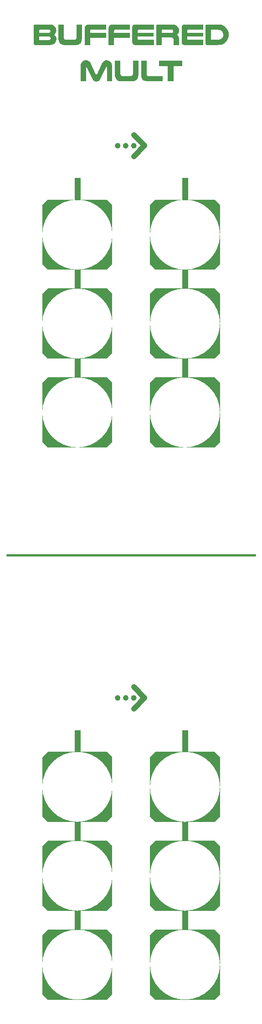
<source format=gto>
G04 #@! TF.GenerationSoftware,KiCad,Pcbnew,8.0.3*
G04 #@! TF.CreationDate,2024-06-29T17:28:01+02:00*
G04 #@! TF.ProjectId,DMH_Buffered_Mult_PANEL,444d485f-4275-4666-9665-7265645f4d75,1*
G04 #@! TF.SameCoordinates,Original*
G04 #@! TF.FileFunction,Legend,Top*
G04 #@! TF.FilePolarity,Positive*
%FSLAX46Y46*%
G04 Gerber Fmt 4.6, Leading zero omitted, Abs format (unit mm)*
G04 Created by KiCad (PCBNEW 8.0.3) date 2024-06-29 17:28:01*
%MOMM*%
%LPD*%
G01*
G04 APERTURE LIST*
%ADD10C,0.050000*%
%ADD11C,1.000000*%
%ADD12C,0.400000*%
%ADD13C,0.550000*%
%ADD14C,0.100000*%
%ADD15C,0.000000*%
%ADD16C,0.500000*%
%ADD17C,12.000000*%
%ADD18C,4.000000*%
G04 APERTURE END LIST*
D10*
X109500000Y-60000000D02*
X110500000Y-60000000D01*
X110500000Y-64000000D01*
X109500000Y-64000000D01*
X109500000Y-60000000D01*
G36*
X109500000Y-60000000D02*
G01*
X110500000Y-60000000D01*
X110500000Y-64000000D01*
X109500000Y-64000000D01*
X109500000Y-60000000D01*
G37*
D11*
X100500000Y-52000000D02*
X102500000Y-54000000D01*
D10*
X89500000Y-77000000D02*
X90500000Y-77000000D01*
X90500000Y-80500000D01*
X89500000Y-80500000D01*
X89500000Y-77000000D01*
G36*
X89500000Y-77000000D02*
G01*
X90500000Y-77000000D01*
X90500000Y-80500000D01*
X89500000Y-80500000D01*
X89500000Y-77000000D01*
G37*
D12*
X77000000Y-130000000D02*
X123000000Y-130000000D01*
D13*
X99275000Y-156500000D02*
G75*
G02*
X98725000Y-156500000I-275000J0D01*
G01*
X98725000Y-156500000D02*
G75*
G02*
X99275000Y-156500000I275000J0D01*
G01*
X100775000Y-156500000D02*
G75*
G02*
X100225000Y-156500000I-275000J0D01*
G01*
X100225000Y-156500000D02*
G75*
G02*
X100775000Y-156500000I275000J0D01*
G01*
D10*
X89500000Y-60000000D02*
X90500000Y-60000000D01*
X90500000Y-64000000D01*
X89500000Y-64000000D01*
X89500000Y-60000000D01*
G36*
X89500000Y-60000000D02*
G01*
X90500000Y-60000000D01*
X90500000Y-64000000D01*
X89500000Y-64000000D01*
X89500000Y-60000000D01*
G37*
X109500000Y-162500000D02*
X110500000Y-162500000D01*
X110500000Y-166500000D01*
X109500000Y-166500000D01*
X109500000Y-162500000D01*
G36*
X109500000Y-162500000D02*
G01*
X110500000Y-162500000D01*
X110500000Y-166500000D01*
X109500000Y-166500000D01*
X109500000Y-162500000D01*
G37*
X109500000Y-93500000D02*
X110500000Y-93500000D01*
X110500000Y-97000000D01*
X109500000Y-97000000D01*
X109500000Y-93500000D01*
G36*
X109500000Y-93500000D02*
G01*
X110500000Y-93500000D01*
X110500000Y-97000000D01*
X109500000Y-97000000D01*
X109500000Y-93500000D01*
G37*
D11*
X100500000Y-158500000D02*
X102500000Y-156500000D01*
D10*
X89500000Y-179500000D02*
X90500000Y-179500000D01*
X90500000Y-183000000D01*
X89500000Y-183000000D01*
X89500000Y-179500000D01*
G36*
X89500000Y-179500000D02*
G01*
X90500000Y-179500000D01*
X90500000Y-183000000D01*
X89500000Y-183000000D01*
X89500000Y-179500000D01*
G37*
D11*
X100500000Y-154500000D02*
X102500000Y-156500000D01*
D13*
X99275000Y-54000000D02*
G75*
G02*
X98725000Y-54000000I-275000J0D01*
G01*
X98725000Y-54000000D02*
G75*
G02*
X99275000Y-54000000I275000J0D01*
G01*
D10*
X89500000Y-162500000D02*
X90500000Y-162500000D01*
X90500000Y-166500000D01*
X89500000Y-166500000D01*
X89500000Y-162500000D01*
G36*
X89500000Y-162500000D02*
G01*
X90500000Y-162500000D01*
X90500000Y-166500000D01*
X89500000Y-166500000D01*
X89500000Y-162500000D01*
G37*
X109500000Y-179500000D02*
X110500000Y-179500000D01*
X110500000Y-183000000D01*
X109500000Y-183000000D01*
X109500000Y-179500000D01*
G36*
X109500000Y-179500000D02*
G01*
X110500000Y-179500000D01*
X110500000Y-183000000D01*
X109500000Y-183000000D01*
X109500000Y-179500000D01*
G37*
D13*
X97775000Y-156500000D02*
G75*
G02*
X97225000Y-156500000I-275000J0D01*
G01*
X97225000Y-156500000D02*
G75*
G02*
X97775000Y-156500000I275000J0D01*
G01*
D10*
X109500000Y-77000000D02*
X110500000Y-77000000D01*
X110500000Y-80500000D01*
X109500000Y-80500000D01*
X109500000Y-77000000D01*
G36*
X109500000Y-77000000D02*
G01*
X110500000Y-77000000D01*
X110500000Y-80500000D01*
X109500000Y-80500000D01*
X109500000Y-77000000D01*
G37*
X89500000Y-196000000D02*
X90500000Y-196000000D01*
X90500000Y-199500000D01*
X89500000Y-199500000D01*
X89500000Y-196000000D01*
G36*
X89500000Y-196000000D02*
G01*
X90500000Y-196000000D01*
X90500000Y-199500000D01*
X89500000Y-199500000D01*
X89500000Y-196000000D01*
G37*
X109500000Y-196000000D02*
X110500000Y-196000000D01*
X110500000Y-199500000D01*
X109500000Y-199500000D01*
X109500000Y-196000000D01*
G36*
X109500000Y-196000000D02*
G01*
X110500000Y-196000000D01*
X110500000Y-199500000D01*
X109500000Y-199500000D01*
X109500000Y-196000000D01*
G37*
D11*
X100500000Y-56000000D02*
X102500000Y-54000000D01*
D13*
X100775000Y-54000000D02*
G75*
G02*
X100225000Y-54000000I-275000J0D01*
G01*
X100225000Y-54000000D02*
G75*
G02*
X100775000Y-54000000I275000J0D01*
G01*
X97775000Y-54000000D02*
G75*
G02*
X97225000Y-54000000I-275000J0D01*
G01*
X97225000Y-54000000D02*
G75*
G02*
X97775000Y-54000000I275000J0D01*
G01*
D10*
X89500000Y-93500000D02*
X90500000Y-93500000D01*
X90500000Y-97000000D01*
X89500000Y-97000000D01*
X89500000Y-93500000D01*
G36*
X89500000Y-93500000D02*
G01*
X90500000Y-93500000D01*
X90500000Y-97000000D01*
X89500000Y-97000000D01*
X89500000Y-93500000D01*
G37*
D14*
G36*
X85061557Y-31494939D02*
G01*
X85261160Y-31529331D01*
X85470524Y-31601244D01*
X85653872Y-31706570D01*
X85810467Y-31844452D01*
X85941460Y-32016924D01*
X86027892Y-32197125D01*
X86081123Y-32403017D01*
X86096720Y-32604535D01*
X86095146Y-32666034D01*
X86065248Y-32870635D01*
X85998534Y-33055408D01*
X85879100Y-33236789D01*
X85715701Y-33380251D01*
X85836508Y-33461599D01*
X85971412Y-33614495D01*
X86066275Y-33803575D01*
X86120974Y-34018532D01*
X86135799Y-34215561D01*
X86128514Y-34341347D01*
X86080891Y-34556030D01*
X85993567Y-34751963D01*
X85872017Y-34924842D01*
X85729291Y-35062804D01*
X85555114Y-35172777D01*
X85345805Y-35250897D01*
X85135645Y-35289573D01*
X84937055Y-35300000D01*
X82176134Y-35300000D01*
X81995213Y-35247876D01*
X81924075Y-35059665D01*
X81924075Y-34295673D01*
X82937194Y-34295673D01*
X83016329Y-34381646D01*
X84695743Y-34381646D01*
X84820512Y-34368910D01*
X84992742Y-34267341D01*
X85014824Y-34236801D01*
X85070900Y-34048499D01*
X85069373Y-34018753D01*
X84986880Y-33836496D01*
X84891815Y-33763185D01*
X84695743Y-33727076D01*
X82937194Y-33727076D01*
X82937194Y-34295673D01*
X81924075Y-34295673D01*
X81924075Y-32524424D01*
X82937194Y-32524424D01*
X82937194Y-33049057D01*
X84701605Y-33049057D01*
X84817130Y-33036368D01*
X84981996Y-32929867D01*
X85049407Y-32741311D01*
X84981996Y-32552756D01*
X84897492Y-32482106D01*
X84701605Y-32438450D01*
X83016329Y-32438450D01*
X82937194Y-32524424D01*
X81924075Y-32524424D01*
X81924075Y-31721353D01*
X81987090Y-31545010D01*
X82176134Y-31485903D01*
X84881368Y-31485903D01*
X85061557Y-31494939D01*
G37*
G36*
X89527843Y-35300000D02*
G01*
X89780440Y-35290317D01*
X90003635Y-35260870D01*
X90198423Y-35211060D01*
X90415671Y-35111935D01*
X90586546Y-34974124D01*
X90713406Y-34796208D01*
X90798608Y-34576767D01*
X90836592Y-34384081D01*
X90853465Y-34166640D01*
X90854571Y-34088555D01*
X90854571Y-31485903D01*
X89835589Y-31485903D01*
X89835589Y-33975226D01*
X89791714Y-34180707D01*
X89625388Y-34310312D01*
X89460432Y-34331821D01*
X87886532Y-34331821D01*
X87690322Y-34296932D01*
X87549391Y-34147462D01*
X87522121Y-33975226D01*
X87522121Y-31485903D01*
X86503140Y-31485903D01*
X86503140Y-34088555D01*
X86513199Y-34314381D01*
X86544040Y-34515252D01*
X86619221Y-34745296D01*
X86735497Y-34933461D01*
X86895239Y-35081165D01*
X87100817Y-35189828D01*
X87354600Y-35260870D01*
X87577998Y-35290317D01*
X87830844Y-35300000D01*
X89527843Y-35300000D01*
G37*
G36*
X92068946Y-31485903D02*
G01*
X91872473Y-31502439D01*
X91680312Y-31566392D01*
X91516491Y-31702847D01*
X91417973Y-31907130D01*
X91385739Y-32137192D01*
X91385066Y-32180530D01*
X91385066Y-35300000D01*
X92399162Y-35300000D01*
X92399162Y-33990858D01*
X95350593Y-33990858D01*
X95350593Y-33049057D01*
X92399162Y-33049057D01*
X92399162Y-32652407D01*
X92518467Y-32491775D01*
X92555478Y-32489253D01*
X95367201Y-32489253D01*
X95367201Y-31485903D01*
X92068946Y-31485903D01*
G37*
G36*
X96492672Y-31485903D02*
G01*
X96296200Y-31502439D01*
X96104038Y-31566392D01*
X95940217Y-31702847D01*
X95841700Y-31907130D01*
X95809465Y-32137192D01*
X95808793Y-32180530D01*
X95808793Y-35300000D01*
X96822889Y-35300000D01*
X96822889Y-33990858D01*
X99774319Y-33990858D01*
X99774319Y-33049057D01*
X96822889Y-33049057D01*
X96822889Y-32652407D01*
X96942194Y-32491775D01*
X96979204Y-32489253D01*
X99790928Y-32489253D01*
X99790928Y-31485903D01*
X96492672Y-31485903D01*
G37*
G36*
X100770830Y-31485903D02*
G01*
X100561209Y-31510087D01*
X100384574Y-31597275D01*
X100266209Y-31771942D01*
X100232519Y-31995882D01*
X100232519Y-34774389D01*
X100258253Y-34980105D01*
X100350311Y-35152563D01*
X100532983Y-35267469D01*
X100732411Y-35299493D01*
X100764968Y-35300000D01*
X104214654Y-35300000D01*
X104214654Y-34331821D01*
X101336497Y-34331821D01*
X101246615Y-34224354D01*
X101246615Y-33736845D01*
X104198046Y-33736845D01*
X104198046Y-33009002D01*
X101246615Y-33009002D01*
X101246615Y-32583042D01*
X101336497Y-32489253D01*
X104214654Y-32489253D01*
X104214654Y-31485903D01*
X100770830Y-31485903D01*
G37*
G36*
X107835734Y-31495965D02*
G01*
X108052622Y-31533195D01*
X108268408Y-31608141D01*
X108448693Y-31713222D01*
X108598325Y-31844452D01*
X108723957Y-32003500D01*
X108819365Y-32183339D01*
X108879968Y-32379847D01*
X108901186Y-32588904D01*
X108900920Y-32617063D01*
X108877879Y-32837266D01*
X108811756Y-33043720D01*
X108694215Y-33229737D01*
X108542638Y-33370481D01*
X108609868Y-33414538D01*
X108754159Y-33551846D01*
X108849587Y-33731768D01*
X108895018Y-33937836D01*
X108907048Y-34159874D01*
X108907048Y-34933635D01*
X108909212Y-35093948D01*
X108923656Y-35300000D01*
X107898813Y-35300000D01*
X107892081Y-35244091D01*
X107882205Y-35043056D01*
X107882205Y-34269295D01*
X107837839Y-34065282D01*
X107676506Y-33948760D01*
X107466992Y-33924424D01*
X105703559Y-33924424D01*
X105703559Y-35300000D01*
X104689462Y-35300000D01*
X104689462Y-32516608D01*
X105703559Y-32516608D01*
X105703559Y-33062735D01*
X107495324Y-33062735D01*
X107610999Y-33048746D01*
X107780600Y-32939637D01*
X107784764Y-32934385D01*
X107853873Y-32745219D01*
X107852547Y-32715954D01*
X107769853Y-32533217D01*
X107692522Y-32474329D01*
X107495324Y-32432588D01*
X105787578Y-32432588D01*
X105703559Y-32516608D01*
X104689462Y-32516608D01*
X104689462Y-31721353D01*
X104752477Y-31545010D01*
X104941521Y-31485903D01*
X107630146Y-31485903D01*
X107835734Y-31495965D01*
G37*
G36*
X109934822Y-31485903D02*
G01*
X109725200Y-31510087D01*
X109548566Y-31597275D01*
X109430201Y-31771942D01*
X109396511Y-31995882D01*
X109396511Y-34774389D01*
X109422245Y-34980105D01*
X109514302Y-35152563D01*
X109696975Y-35267469D01*
X109896402Y-35299493D01*
X109928960Y-35300000D01*
X113378646Y-35300000D01*
X113378646Y-34331821D01*
X110500488Y-34331821D01*
X110410607Y-34224354D01*
X110410607Y-33736845D01*
X113362037Y-33736845D01*
X113362037Y-33009002D01*
X110410607Y-33009002D01*
X110410607Y-32583042D01*
X110500488Y-32489253D01*
X113378646Y-32489253D01*
X113378646Y-31485903D01*
X109934822Y-31485903D01*
G37*
G36*
X116366135Y-31494692D02*
G01*
X116573541Y-31520494D01*
X116767140Y-31562462D01*
X116990436Y-31636364D01*
X117193810Y-31732547D01*
X117378176Y-31849356D01*
X117544452Y-31985136D01*
X117579211Y-32018108D01*
X117740112Y-32196125D01*
X117877919Y-32394311D01*
X117990439Y-32610275D01*
X118060778Y-32794238D01*
X118112408Y-32986821D01*
X118144209Y-33186801D01*
X118155059Y-33392951D01*
X118152901Y-33487387D01*
X118129138Y-33717382D01*
X118080407Y-33937363D01*
X118008295Y-34145698D01*
X117914389Y-34340756D01*
X117800279Y-34520903D01*
X117667550Y-34684508D01*
X117565741Y-34787733D01*
X117378046Y-34941420D01*
X117211307Y-35046693D01*
X117029466Y-35135136D01*
X116832192Y-35205718D01*
X116619153Y-35257410D01*
X116390017Y-35289180D01*
X116144452Y-35300000D01*
X114099651Y-35300000D01*
X113923713Y-35247876D01*
X113853454Y-35059665D01*
X113853454Y-32568387D01*
X114867550Y-32568387D01*
X114867550Y-34224354D01*
X114939846Y-34303489D01*
X116144452Y-34303489D01*
X116363199Y-34287680D01*
X116574862Y-34233313D01*
X116749237Y-34144175D01*
X116905513Y-34007466D01*
X116932146Y-33976953D01*
X117043981Y-33806470D01*
X117115674Y-33611371D01*
X117140963Y-33398813D01*
X117133312Y-33280329D01*
X117083087Y-33077618D01*
X116990435Y-32894817D01*
X116860572Y-32739357D01*
X116728208Y-32635570D01*
X116547517Y-32548883D01*
X116350644Y-32502718D01*
X116144452Y-32489253D01*
X114939846Y-32489253D01*
X114867550Y-32568387D01*
X113853454Y-32568387D01*
X113853454Y-31721353D01*
X113908234Y-31552612D01*
X114099651Y-31485903D01*
X116144452Y-31485903D01*
X116366135Y-31494692D01*
G37*
G36*
X93550035Y-42082526D02*
G01*
X93746575Y-42062284D01*
X93946437Y-41988796D01*
X94108612Y-41857840D01*
X94187998Y-41736678D01*
X95335939Y-39361660D01*
X95409212Y-39317697D01*
X95498116Y-39418325D01*
X95498116Y-42020000D01*
X96473134Y-42020000D01*
X96473134Y-39243447D01*
X96459758Y-39020434D01*
X96420532Y-38828539D01*
X96343901Y-38639868D01*
X96218248Y-38464658D01*
X96120447Y-38373942D01*
X95946697Y-38260725D01*
X95763857Y-38186982D01*
X95557702Y-38147754D01*
X95459037Y-38143377D01*
X95247623Y-38163765D01*
X95029188Y-38238700D01*
X94844769Y-38363037D01*
X94689652Y-38530785D01*
X94579370Y-38699417D01*
X94501605Y-38850704D01*
X93644802Y-40713789D01*
X93550035Y-40786085D01*
X93454292Y-40713789D01*
X92597488Y-38850704D01*
X92498902Y-38663778D01*
X92385424Y-38500067D01*
X92225751Y-38339138D01*
X92035990Y-38222619D01*
X91811427Y-38156499D01*
X91640056Y-38143377D01*
X91424084Y-38164837D01*
X91230672Y-38224173D01*
X91044293Y-38325327D01*
X90978647Y-38373942D01*
X90829155Y-38525739D01*
X90718406Y-38716371D01*
X90655802Y-38920790D01*
X90629332Y-39127857D01*
X90625960Y-39243447D01*
X90625960Y-42020000D01*
X91600977Y-42020000D01*
X91600977Y-39423210D01*
X91689882Y-39322581D01*
X91763155Y-39366545D01*
X92911096Y-41751332D01*
X93039400Y-41913560D01*
X93216043Y-42020711D01*
X93425375Y-42074742D01*
X93550035Y-42082526D01*
G37*
G36*
X100020517Y-42020000D02*
G01*
X100273113Y-42010317D01*
X100496308Y-41980870D01*
X100691096Y-41931060D01*
X100908345Y-41831935D01*
X101079219Y-41694124D01*
X101206079Y-41516208D01*
X101291282Y-41296767D01*
X101329265Y-41104081D01*
X101346139Y-40886640D01*
X101347244Y-40808555D01*
X101347244Y-38205903D01*
X100328263Y-38205903D01*
X100328263Y-40695226D01*
X100284387Y-40900707D01*
X100118061Y-41030312D01*
X99953106Y-41051821D01*
X98379205Y-41051821D01*
X98182995Y-41016932D01*
X98042065Y-40867462D01*
X98014795Y-40695226D01*
X98014795Y-38205903D01*
X96995813Y-38205903D01*
X96995813Y-40808555D01*
X97005872Y-41034381D01*
X97036714Y-41235252D01*
X97111894Y-41465296D01*
X97228171Y-41653461D01*
X97387913Y-41801165D01*
X97593490Y-41909828D01*
X97847273Y-41980870D01*
X98070671Y-42010317D01*
X98323518Y-42020000D01*
X100020517Y-42020000D01*
G37*
G36*
X105843266Y-42020000D02*
G01*
X105843266Y-41051821D01*
X103216190Y-41051821D01*
X103021789Y-41023640D01*
X102895667Y-40863052D01*
X102880112Y-40689364D01*
X102880112Y-38205903D01*
X101861131Y-38205903D01*
X101861131Y-40786085D01*
X101869383Y-41007276D01*
X101895205Y-41206511D01*
X101959728Y-41438081D01*
X102062119Y-41630798D01*
X102206167Y-41784767D01*
X102395660Y-41900090D01*
X102634390Y-41976871D01*
X102848028Y-42009225D01*
X103093092Y-42020000D01*
X105843266Y-42020000D01*
G37*
G36*
X105174041Y-38205903D02*
G01*
X105174041Y-39209253D01*
X106837823Y-39209253D01*
X106837823Y-42020000D01*
X107856804Y-42020000D01*
X107856804Y-39209253D01*
X109514725Y-39209253D01*
X109514725Y-38205903D01*
X105174041Y-38205903D01*
G37*
D15*
G36*
X103500000Y-206000000D02*
G01*
X103500000Y-206000000D01*
G75*
G03*
X110000000Y-212500000I6500000J0D01*
G01*
X104500000Y-212500000D01*
X103500000Y-211500000D01*
X103500000Y-206000000D01*
G37*
G36*
X110000000Y-199500000D02*
G01*
X110000000Y-199500000D01*
G75*
G03*
X103500000Y-206000000I0J-6500000D01*
G01*
X103500000Y-200500000D01*
X104500000Y-199500000D01*
X110000000Y-199500000D01*
G37*
G36*
X116500000Y-211500000D02*
G01*
X115500000Y-212500000D01*
X110000000Y-212500000D01*
G75*
G03*
X116500000Y-206000000I0J6500000D01*
G01*
X116500000Y-211500000D01*
G37*
G36*
X116500000Y-200500000D02*
G01*
X116500000Y-206000000D01*
G75*
G03*
X110000000Y-199500000I-6500000J0D01*
G01*
X115500000Y-199500000D01*
X116500000Y-200500000D01*
G37*
G36*
X83500000Y-206000000D02*
G01*
X83500000Y-206000000D01*
G75*
G03*
X90000000Y-212500000I6500000J0D01*
G01*
X84500000Y-212500000D01*
X83500000Y-211500000D01*
X83500000Y-206000000D01*
G37*
G36*
X90000000Y-199500000D02*
G01*
X90000000Y-199500000D01*
G75*
G03*
X83500000Y-206000000I0J-6500000D01*
G01*
X83500000Y-200500000D01*
X84500000Y-199500000D01*
X90000000Y-199500000D01*
G37*
G36*
X96500000Y-211500000D02*
G01*
X95500000Y-212500000D01*
X90000000Y-212500000D01*
G75*
G03*
X96500000Y-206000000I0J6500000D01*
G01*
X96500000Y-211500000D01*
G37*
G36*
X96500000Y-200500000D02*
G01*
X96500000Y-206000000D01*
G75*
G03*
X90000000Y-199500000I-6500000J0D01*
G01*
X95500000Y-199500000D01*
X96500000Y-200500000D01*
G37*
G36*
X83500000Y-70500000D02*
G01*
X83500000Y-70500000D01*
G75*
G03*
X90000000Y-77000000I6500000J0D01*
G01*
X84500000Y-77000000D01*
X83500000Y-76000000D01*
X83500000Y-70500000D01*
G37*
G36*
X90000000Y-64000000D02*
G01*
X90000000Y-64000000D01*
G75*
G03*
X83500000Y-70500000I0J-6500000D01*
G01*
X83500000Y-65000000D01*
X84500000Y-64000000D01*
X90000000Y-64000000D01*
G37*
G36*
X96500000Y-76000000D02*
G01*
X95500000Y-77000000D01*
X90000000Y-77000000D01*
G75*
G03*
X96500000Y-70500000I0J6500000D01*
G01*
X96500000Y-76000000D01*
G37*
G36*
X96500000Y-65000000D02*
G01*
X96500000Y-70500000D01*
G75*
G03*
X90000000Y-64000000I-6500000J0D01*
G01*
X95500000Y-64000000D01*
X96500000Y-65000000D01*
G37*
G36*
X83500000Y-173000000D02*
G01*
X83500000Y-173000000D01*
G75*
G03*
X90000000Y-179500000I6500000J0D01*
G01*
X84500000Y-179500000D01*
X83500000Y-178500000D01*
X83500000Y-173000000D01*
G37*
G36*
X90000000Y-166500000D02*
G01*
X90000000Y-166500000D01*
G75*
G03*
X83500000Y-173000000I0J-6500000D01*
G01*
X83500000Y-167500000D01*
X84500000Y-166500000D01*
X90000000Y-166500000D01*
G37*
G36*
X96500000Y-178500000D02*
G01*
X95500000Y-179500000D01*
X90000000Y-179500000D01*
G75*
G03*
X96500000Y-173000000I0J6500000D01*
G01*
X96500000Y-178500000D01*
G37*
G36*
X96500000Y-167500000D02*
G01*
X96500000Y-173000000D01*
G75*
G03*
X90000000Y-166500000I-6500000J0D01*
G01*
X95500000Y-166500000D01*
X96500000Y-167500000D01*
G37*
G36*
X103500000Y-189500000D02*
G01*
X103500000Y-189500000D01*
G75*
G03*
X110000000Y-196000000I6500000J0D01*
G01*
X104500000Y-196000000D01*
X103500000Y-195000000D01*
X103500000Y-189500000D01*
G37*
G36*
X110000000Y-183000000D02*
G01*
X110000000Y-183000000D01*
G75*
G03*
X103500000Y-189500000I0J-6500000D01*
G01*
X103500000Y-184000000D01*
X104500000Y-183000000D01*
X110000000Y-183000000D01*
G37*
G36*
X116500000Y-195000000D02*
G01*
X115500000Y-196000000D01*
X110000000Y-196000000D01*
G75*
G03*
X116500000Y-189500000I0J6500000D01*
G01*
X116500000Y-195000000D01*
G37*
G36*
X116500000Y-184000000D02*
G01*
X116500000Y-189500000D01*
G75*
G03*
X110000000Y-183000000I-6500000J0D01*
G01*
X115500000Y-183000000D01*
X116500000Y-184000000D01*
G37*
G36*
X83500000Y-103500000D02*
G01*
X83500000Y-103500000D01*
G75*
G03*
X90000000Y-110000000I6500000J0D01*
G01*
X84500000Y-110000000D01*
X83500000Y-109000000D01*
X83500000Y-103500000D01*
G37*
G36*
X90000000Y-97000000D02*
G01*
X90000000Y-97000000D01*
G75*
G03*
X83500000Y-103500000I0J-6500000D01*
G01*
X83500000Y-98000000D01*
X84500000Y-97000000D01*
X90000000Y-97000000D01*
G37*
G36*
X96500000Y-109000000D02*
G01*
X95500000Y-110000000D01*
X90000000Y-110000000D01*
G75*
G03*
X96500000Y-103500000I0J6500000D01*
G01*
X96500000Y-109000000D01*
G37*
G36*
X96500000Y-98000000D02*
G01*
X96500000Y-103500000D01*
G75*
G03*
X90000000Y-97000000I-6500000J0D01*
G01*
X95500000Y-97000000D01*
X96500000Y-98000000D01*
G37*
G36*
X83500000Y-189500000D02*
G01*
X83500000Y-189500000D01*
G75*
G03*
X90000000Y-196000000I6500000J0D01*
G01*
X84500000Y-196000000D01*
X83500000Y-195000000D01*
X83500000Y-189500000D01*
G37*
G36*
X90000000Y-183000000D02*
G01*
X90000000Y-183000000D01*
G75*
G03*
X83500000Y-189500000I0J-6500000D01*
G01*
X83500000Y-184000000D01*
X84500000Y-183000000D01*
X90000000Y-183000000D01*
G37*
G36*
X96500000Y-195000000D02*
G01*
X95500000Y-196000000D01*
X90000000Y-196000000D01*
G75*
G03*
X96500000Y-189500000I0J6500000D01*
G01*
X96500000Y-195000000D01*
G37*
G36*
X96500000Y-184000000D02*
G01*
X96500000Y-189500000D01*
G75*
G03*
X90000000Y-183000000I-6500000J0D01*
G01*
X95500000Y-183000000D01*
X96500000Y-184000000D01*
G37*
G36*
X103500000Y-103500000D02*
G01*
X103500000Y-103500000D01*
G75*
G03*
X110000000Y-110000000I6500000J0D01*
G01*
X104500000Y-110000000D01*
X103500000Y-109000000D01*
X103500000Y-103500000D01*
G37*
G36*
X110000000Y-97000000D02*
G01*
X110000000Y-97000000D01*
G75*
G03*
X103500000Y-103500000I0J-6500000D01*
G01*
X103500000Y-98000000D01*
X104500000Y-97000000D01*
X110000000Y-97000000D01*
G37*
G36*
X116500000Y-109000000D02*
G01*
X115500000Y-110000000D01*
X110000000Y-110000000D01*
G75*
G03*
X116500000Y-103500000I0J6500000D01*
G01*
X116500000Y-109000000D01*
G37*
G36*
X116500000Y-98000000D02*
G01*
X116500000Y-103500000D01*
G75*
G03*
X110000000Y-97000000I-6500000J0D01*
G01*
X115500000Y-97000000D01*
X116500000Y-98000000D01*
G37*
G36*
X103500000Y-173000000D02*
G01*
X103500000Y-173000000D01*
G75*
G03*
X110000000Y-179500000I6500000J0D01*
G01*
X104500000Y-179500000D01*
X103500000Y-178500000D01*
X103500000Y-173000000D01*
G37*
G36*
X110000000Y-166500000D02*
G01*
X110000000Y-166500000D01*
G75*
G03*
X103500000Y-173000000I0J-6500000D01*
G01*
X103500000Y-167500000D01*
X104500000Y-166500000D01*
X110000000Y-166500000D01*
G37*
G36*
X116500000Y-178500000D02*
G01*
X115500000Y-179500000D01*
X110000000Y-179500000D01*
G75*
G03*
X116500000Y-173000000I0J6500000D01*
G01*
X116500000Y-178500000D01*
G37*
G36*
X116500000Y-167500000D02*
G01*
X116500000Y-173000000D01*
G75*
G03*
X110000000Y-166500000I-6500000J0D01*
G01*
X115500000Y-166500000D01*
X116500000Y-167500000D01*
G37*
G36*
X83500000Y-87000000D02*
G01*
X83500000Y-87000000D01*
G75*
G03*
X90000000Y-93500000I6500000J0D01*
G01*
X84500000Y-93500000D01*
X83500000Y-92500000D01*
X83500000Y-87000000D01*
G37*
G36*
X90000000Y-80500000D02*
G01*
X90000000Y-80500000D01*
G75*
G03*
X83500000Y-87000000I0J-6500000D01*
G01*
X83500000Y-81500000D01*
X84500000Y-80500000D01*
X90000000Y-80500000D01*
G37*
G36*
X96500000Y-92500000D02*
G01*
X95500000Y-93500000D01*
X90000000Y-93500000D01*
G75*
G03*
X96500000Y-87000000I0J6500000D01*
G01*
X96500000Y-92500000D01*
G37*
G36*
X96500000Y-81500000D02*
G01*
X96500000Y-87000000D01*
G75*
G03*
X90000000Y-80500000I-6500000J0D01*
G01*
X95500000Y-80500000D01*
X96500000Y-81500000D01*
G37*
G36*
X103500000Y-70500000D02*
G01*
X103500000Y-70500000D01*
G75*
G03*
X110000000Y-77000000I6500000J0D01*
G01*
X104500000Y-77000000D01*
X103500000Y-76000000D01*
X103500000Y-70500000D01*
G37*
G36*
X110000000Y-64000000D02*
G01*
X110000000Y-64000000D01*
G75*
G03*
X103500000Y-70500000I0J-6500000D01*
G01*
X103500000Y-65000000D01*
X104500000Y-64000000D01*
X110000000Y-64000000D01*
G37*
G36*
X116500000Y-76000000D02*
G01*
X115500000Y-77000000D01*
X110000000Y-77000000D01*
G75*
G03*
X116500000Y-70500000I0J6500000D01*
G01*
X116500000Y-76000000D01*
G37*
G36*
X116500000Y-65000000D02*
G01*
X116500000Y-70500000D01*
G75*
G03*
X110000000Y-64000000I-6500000J0D01*
G01*
X115500000Y-64000000D01*
X116500000Y-65000000D01*
G37*
G36*
X103500000Y-87000000D02*
G01*
X103500000Y-87000000D01*
G75*
G03*
X110000000Y-93500000I6500000J0D01*
G01*
X104500000Y-93500000D01*
X103500000Y-92500000D01*
X103500000Y-87000000D01*
G37*
G36*
X110000000Y-80500000D02*
G01*
X110000000Y-80500000D01*
G75*
G03*
X103500000Y-87000000I0J-6500000D01*
G01*
X103500000Y-81500000D01*
X104500000Y-80500000D01*
X110000000Y-80500000D01*
G37*
G36*
X116500000Y-92500000D02*
G01*
X115500000Y-93500000D01*
X110000000Y-93500000D01*
G75*
G03*
X116500000Y-87000000I0J6500000D01*
G01*
X116500000Y-92500000D01*
G37*
G36*
X116500000Y-81500000D02*
G01*
X116500000Y-87000000D01*
G75*
G03*
X110000000Y-80500000I-6500000J0D01*
G01*
X115500000Y-80500000D01*
X116500000Y-81500000D01*
G37*
%LPC*%
D16*
X104300000Y-206000000D03*
X105960000Y-201970000D03*
X105970000Y-210040000D03*
X110000000Y-200300000D03*
D17*
X110000000Y-206000000D03*
D16*
X110000000Y-211700000D03*
X114030000Y-210040000D03*
X114040000Y-201970000D03*
X115700000Y-206000000D03*
X84300000Y-206000000D03*
X85960000Y-201970000D03*
X85970000Y-210040000D03*
X90000000Y-200300000D03*
D17*
X90000000Y-206000000D03*
D16*
X90000000Y-211700000D03*
X94030000Y-210040000D03*
X94040000Y-201970000D03*
X95700000Y-206000000D03*
D18*
X121500000Y-33500000D03*
D16*
X84300000Y-54000000D03*
X85960000Y-49970000D03*
X85970000Y-58040000D03*
X90000000Y-48300000D03*
D17*
X90000000Y-54000000D03*
D16*
X90000000Y-59700000D03*
X94030000Y-58040000D03*
X94040000Y-49970000D03*
X95700000Y-54000000D03*
X104300000Y-54000000D03*
X105960000Y-49970000D03*
X105970000Y-58040000D03*
X110000000Y-48300000D03*
D17*
X110000000Y-54000000D03*
D16*
X110000000Y-59700000D03*
X114030000Y-58040000D03*
X114040000Y-49970000D03*
X115700000Y-54000000D03*
D18*
X78500000Y-226500000D03*
D16*
X84300000Y-70500000D03*
X85960000Y-66470000D03*
X85970000Y-74540000D03*
X90000000Y-64800000D03*
D17*
X90000000Y-70500000D03*
D16*
X90000000Y-76200000D03*
X94030000Y-74540000D03*
X94040000Y-66470000D03*
X95700000Y-70500000D03*
X104300000Y-156500000D03*
X105960000Y-152470000D03*
X105970000Y-160540000D03*
X110000000Y-150800000D03*
D17*
X110000000Y-156500000D03*
D16*
X110000000Y-162200000D03*
X114030000Y-160540000D03*
X114040000Y-152470000D03*
X115700000Y-156500000D03*
X84300000Y-173000000D03*
X85960000Y-168970000D03*
X85970000Y-177040000D03*
X90000000Y-167300000D03*
D17*
X90000000Y-173000000D03*
D16*
X90000000Y-178700000D03*
X94030000Y-177040000D03*
X94040000Y-168970000D03*
X95700000Y-173000000D03*
X104300000Y-189500000D03*
X105960000Y-185470000D03*
X105970000Y-193540000D03*
X110000000Y-183800000D03*
D17*
X110000000Y-189500000D03*
D16*
X110000000Y-195200000D03*
X114030000Y-193540000D03*
X114040000Y-185470000D03*
X115700000Y-189500000D03*
X84300000Y-103500000D03*
X85960000Y-99470000D03*
X85970000Y-107540000D03*
X90000000Y-97800000D03*
D17*
X90000000Y-103500000D03*
D16*
X90000000Y-109200000D03*
X94030000Y-107540000D03*
X94040000Y-99470000D03*
X95700000Y-103500000D03*
X84300000Y-189500000D03*
X85960000Y-185470000D03*
X85970000Y-193540000D03*
X90000000Y-183800000D03*
D17*
X90000000Y-189500000D03*
D16*
X90000000Y-195200000D03*
X94030000Y-193540000D03*
X94040000Y-185470000D03*
X95700000Y-189500000D03*
X104300000Y-103500000D03*
X105960000Y-99470000D03*
X105970000Y-107540000D03*
X110000000Y-97800000D03*
D17*
X110000000Y-103500000D03*
D16*
X110000000Y-109200000D03*
X114030000Y-107540000D03*
X114040000Y-99470000D03*
X115700000Y-103500000D03*
X104300000Y-173000000D03*
X105960000Y-168970000D03*
X105970000Y-177040000D03*
X110000000Y-167300000D03*
D17*
X110000000Y-173000000D03*
D16*
X110000000Y-178700000D03*
X114030000Y-177040000D03*
X114040000Y-168970000D03*
X115700000Y-173000000D03*
D18*
X121500000Y-226500000D03*
D16*
X84300000Y-156500000D03*
X85960000Y-152470000D03*
X85970000Y-160540000D03*
X90000000Y-150800000D03*
D17*
X90000000Y-156500000D03*
D16*
X90000000Y-162200000D03*
X94030000Y-160540000D03*
X94040000Y-152470000D03*
X95700000Y-156500000D03*
X84300000Y-87000000D03*
X85960000Y-82970000D03*
X85970000Y-91040000D03*
X90000000Y-81300000D03*
D17*
X90000000Y-87000000D03*
D16*
X90000000Y-92700000D03*
X94030000Y-91040000D03*
X94040000Y-82970000D03*
X95700000Y-87000000D03*
X104300000Y-70500000D03*
X105960000Y-66470000D03*
X105970000Y-74540000D03*
X110000000Y-64800000D03*
D17*
X110000000Y-70500000D03*
D16*
X110000000Y-76200000D03*
X114030000Y-74540000D03*
X114040000Y-66470000D03*
X115700000Y-70500000D03*
D18*
X78500000Y-33500000D03*
D16*
X104300000Y-87000000D03*
X105960000Y-82970000D03*
X105970000Y-91040000D03*
X110000000Y-81300000D03*
D17*
X110000000Y-87000000D03*
D16*
X110000000Y-92700000D03*
X114030000Y-91040000D03*
X114040000Y-82970000D03*
X115700000Y-87000000D03*
%LPD*%
M02*

</source>
